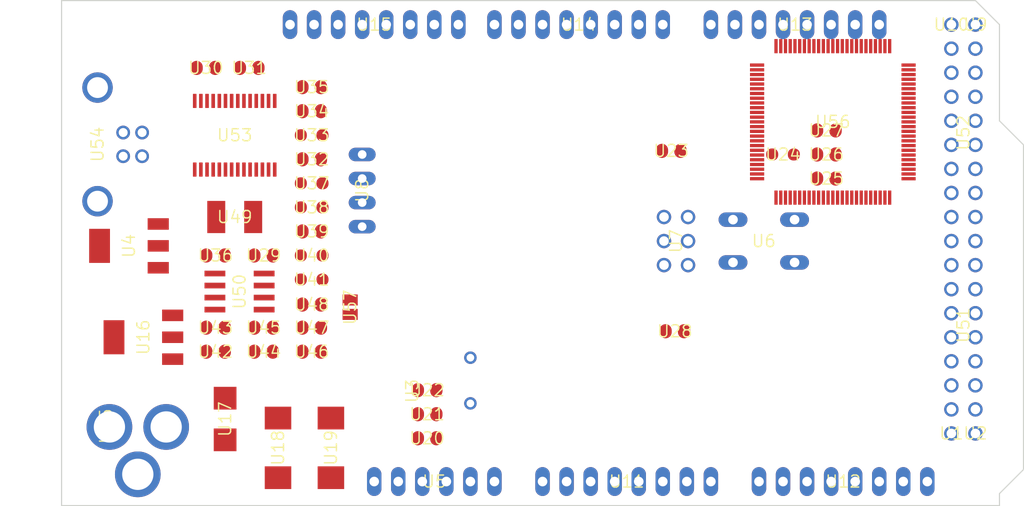
<source format=kicad_pcb>
(kicad_pcb (version 20221018) (generator pcbnew)
  (layers (0 "F.Cu" signal "Top") (31 "B.Cu" signal "Bottom") (34 "B.Paste" user) (35 "F.Paste" user) (36 "B.SilkS" user "B.Silkscreen") (37 "F.SilkS" user "F.Silkscreen") (38 "B.Mask" user) (39 "F.Mask" user) (44 "Edge.Cuts" user))
  (net 0 "")
  (net 1 "+5V")
  (net 2 "GND")
  (net 3 "N$6")
  (net 4 "N$7")
  (net 5 "AREF")
  (net 6 "RESET")
  (net 7 "VIN")
  (net 8 "N$3")
  (net 9 "PWRIN")
  (net 10 "M8RXD")
  (net 11 "M8TXD")
  (net 12 "ADC0")
  (net 13 "ADC2")
  (net 14 "ADC1")
  (net 15 "ADC3")
  (net 16 "ADC4")
  (net 17 "ADC5")
  (net 18 "ADC6")
  (net 19 "ADC7")
  (net 20 "+3V3")
  (net 21 "SDA")
  (net 22 "SCL")
  (net 23 "ADC9")
  (net 24 "ADC8")
  (net 25 "ADC10")
  (net 26 "ADC11")
  (net 27 "ADC12")
  (net 28 "ADC13")
  (net 29 "ADC14")
  (net 30 "ADC15")
  (net 31 "PB3")
  (net 32 "PB2")
  (net 33 "PB1")
  (net 34 "PB5")
  (net 35 "PB4")
  (net 36 "PE5")
  (net 37 "PE4")
  (net 38 "PE3")
  (net 39 "PE1")
  (net 40 "PE0")
  (net 41 "N$15")
  (net 42 "N$53")
  (net 43 "N$54")
  (net 44 "N$55")
  (net 45 "D-")
  (net 46 "D+")
  (net 47 "N$60")
  (net 48 "DTR")
  (net 49 "USBVCC")
  (net 50 "N$2")
  (net 51 "N$4")
  (net 52 "GATE_CMD")
  (net 53 "CMP")
  (net 54 "PB6")
  (net 55 "PH3")
  (net 56 "PH4")
  (net 57 "PH5")
  (net 58 "PH6")
  (net 59 "PG5")
  (net 60 "RXD1")
  (net 61 "TXD1")
  (net 62 "RXD2")
  (net 63 "RXD3")
  (net 64 "TXD2")
  (net 65 "TXD3")
  (net 66 "PC0")
  (net 67 "PC1")
  (net 68 "PC2")
  (net 69 "PC3")
  (net 70 "PC4")
  (net 71 "PC5")
  (net 72 "PC6")
  (net 73 "PC7")
  (net 74 "PB0")
  (net 75 "PG0")
  (net 76 "PG1")
  (net 77 "PG2")
  (net 78 "PD7")
  (net 79 "PA0")
  (net 80 "PA1")
  (net 81 "PA2")
  (net 82 "PA3")
  (net 83 "PA4")
  (net 84 "PA5")
  (net 85 "PA6")
  (net 86 "PA7")
  (net 87 "PL0")
  (net 88 "PL1")
  (net 89 "PL2")
  (net 90 "PL3")
  (net 91 "PL4")
  (net 92 "PL5")
  (net 93 "PL6")
  (net 94 "PL7")
  (net 95 "PB7")
  (net 96 "CTS")
  (net 97 "DSR")
  (net 98 "DCD")
  (net 99 "RI")
  (footprint "Arduino_MEGA_Reference_Design:2X03" (layer "F.Cu") (at 162.5981 103.7336 -90)
    (fp_text reference "U7")
    (fp_text value "")
  )
  (footprint "Arduino_MEGA_Reference_Design:1X08" (layer "F.Cu") (at 152.3111 80.8736 180)
    (fp_text reference "U14")
    (fp_text value "")
  )
  (footprint "Arduino_MEGA_Reference_Design:1X08" (layer "F.Cu") (at 130.7211 80.8736 180)
    (fp_text reference "U15")
    (fp_text value "")
  )
  (footprint "Arduino_MEGA_Reference_Design:SMC_D" (layer "F.Cu") (at 120.5611 125.5776 -90)
    (fp_text reference "U18")
    (fp_text value "")
  )
  (footprint "Arduino_MEGA_Reference_Design:SMC_D" (layer "F.Cu") (at 126.1491 125.5776 -90)
    (fp_text reference "U19")
    (fp_text value "")
  )
  (footprint "Arduino_MEGA_Reference_Design:B3F-10XX" (layer "F.Cu") (at 171.8691 103.7336 180)
    (fp_text reference "U6")
    (fp_text value "")
  )
  (footprint "Arduino_MEGA_Reference_Design:0805RND" (layer "F.Cu") (at 173.9011 94.5896 180)
    (fp_text reference "U24")
    (fp_text value "")
  )
  (footprint "Arduino_MEGA_Reference_Design:SMB" (layer "F.Cu") (at 114.9731 122.5296 -90)
    (fp_text reference "U17")
    (fp_text value "")
  )
  (footprint "Arduino_MEGA_Reference_Design:DC-21MM" (layer "F.Cu") (at 103.0351 123.2916 90)
    (fp_text reference "U55")
    (fp_text value "")
  )
  (footprint "Arduino_MEGA_Reference_Design:HC49_S" (layer "F.Cu") (at 140.8811 118.4656 90)
    (fp_text reference "U3")
    (fp_text value "")
  )
  (footprint "Arduino_MEGA_Reference_Design:SOT223" (layer "F.Cu") (at 106.3371 113.8936 90)
    (fp_text reference "U16")
    (fp_text value "")
  )
  (footprint "Arduino_MEGA_Reference_Design:1X06" (layer "F.Cu") (at 137.0711 129.1336)
    (fp_text reference "U5")
    (fp_text value "")
  )
  (footprint "Arduino_MEGA_Reference_Design:C0805RND" (layer "F.Cu") (at 124.1171 87.4776)
    (fp_text reference "U35")
    (fp_text value "")
  )
  (footprint "Arduino_MEGA_Reference_Design:C0805RND" (layer "F.Cu") (at 162.4711 113.2586)
    (fp_text reference "U28")
    (fp_text value "")
  )
  (footprint "Arduino_MEGA_Reference_Design:C0805RND" (layer "F.Cu") (at 136.3091 122.0216)
    (fp_text reference "U21")
    (fp_text value "")
  )
  (footprint "Arduino_MEGA_Reference_Design:C0805RND" (layer "F.Cu") (at 136.3091 119.4816)
    (fp_text reference "U22")
    (fp_text value "")
  )
  (footprint "Arduino_MEGA_Reference_Design:C0805RND" (layer "F.Cu") (at 113.9571 112.8776)
    (fp_text reference "U43")
    (fp_text value "")
  )
  (footprint "Arduino_MEGA_Reference_Design:RCL_0805RND" (layer "F.Cu") (at 124.1171 105.2576)
    (fp_text reference "U40")
    (fp_text value "")
  )
  (footprint "Arduino_MEGA_Reference_Design:RCL_0805RND" (layer "F.Cu") (at 124.1171 107.7976)
    (fp_text reference "U41")
    (fp_text value "")
  )
  (footprint "Arduino_MEGA_Reference_Design:1X08" (layer "F.Cu") (at 157.3911 129.1336)
    (fp_text reference "U11")
    (fp_text value "")
  )
  (footprint "Arduino_MEGA_Reference_Design:1X08" (layer "F.Cu") (at 175.1711 80.8736 180)
    (fp_text reference "U13")
    (fp_text value "")
  )
  (footprint "Arduino_MEGA_Reference_Design:R0805RND" (layer "F.Cu") (at 178.4731 94.5896 180)
    (fp_text reference "U26")
    (fp_text value "")
  )
  (footprint "Arduino_MEGA_Reference_Design:R0805RND" (layer "F.Cu") (at 178.4731 92.0496 180)
    (fp_text reference "U27")
    (fp_text value "")
  )
  (footprint "Arduino_MEGA_Reference_Design:TQFP100" (layer "F.Cu") (at 179.16082763671875 91.14759826660156 0)
    (fp_text reference "U56")
    (fp_text value "")
  )
  (footprint "Arduino_MEGA_Reference_Design:C0805RND" (layer "F.Cu") (at 162.0901 94.2086 180)
    (fp_text reference "U23")
    (fp_text value "")
  )
  (footprint "Arduino_MEGA_Reference_Design:C0805RND" (layer "F.Cu") (at 136.3091 124.5616)
    (fp_text reference "U20")
    (fp_text value "")
  )
  (footprint "Arduino_MEGA_Reference_Design:1X08" (layer "F.Cu") (at 180.2511 129.1336)
    (fp_text reference "U12")
    (fp_text value "")
  )
  (footprint "Arduino_MEGA_Reference_Design:R0805RND" (layer "F.Cu") (at 124.1171 112.8776)
    (fp_text reference "U47")
    (fp_text value "")
  )
  (footprint "Arduino_MEGA_Reference_Design:C0805RND" (layer "F.Cu") (at 124.1171 115.4176)
    (fp_text reference "U46")
    (fp_text value "")
  )
  (footprint "Arduino_MEGA_Reference_Design:C0805RND" (layer "F.Cu") (at 113.9571 105.2576)
    (fp_text reference "U36")
    (fp_text value "")
  )
  (footprint "Arduino_MEGA_Reference_Design:C0805RND" (layer "F.Cu") (at 112.9411 85.4456)
    (fp_text reference "U30")
    (fp_text value "")
  )
  (footprint "Arduino_MEGA_Reference_Design:0805RND" (layer "F.Cu") (at 124.1171 100.1776 180)
    (fp_text reference "U38")
    (fp_text value "")
  )
  (footprint "Arduino_MEGA_Reference_Design:0805RND" (layer "F.Cu") (at 124.1171 97.6376 180)
    (fp_text reference "U37")
    (fp_text value "")
  )
  (footprint "Arduino_MEGA_Reference_Design:R0805RND" (layer "F.Cu") (at 124.1171 95.0976)
    (fp_text reference "U32")
    (fp_text value "")
  )
  (footprint "Arduino_MEGA_Reference_Design:R0805RND" (layer "F.Cu") (at 124.1171 102.7176)
    (fp_text reference "U39")
    (fp_text value "")
  )
  (footprint "Arduino_MEGA_Reference_Design:SSOP28" (layer "F.Cu") (at 115.9891 92.5576)
    (fp_text reference "U53")
    (fp_text value "")
  )
  (footprint "Arduino_MEGA_Reference_Design:PN61729" (layer "F.Cu") (at 98.9584 93.5228 -90)
    (fp_text reference "U54")
    (fp_text value "")
  )
  (footprint "Arduino_MEGA_Reference_Design:L1812" (layer "F.Cu") (at 115.9891 101.1936)
    (fp_text reference "U49")
    (fp_text value "")
  )
  (footprint "Arduino_MEGA_Reference_Design:C0805RND" (layer "F.Cu") (at 117.5131 85.4456)
    (fp_text reference "U31")
    (fp_text value "")
  )
  (footprint "Arduino_MEGA_Reference_Design:0805RND" (layer "F.Cu") (at 124.1171 92.5576 180)
    (fp_text reference "U33")
    (fp_text value "")
  )
  (footprint "Arduino_MEGA_Reference_Design:R0805RND" (layer "F.Cu") (at 124.1171 90.0176 180)
    (fp_text reference "U34")
    (fp_text value "")
  )
  (footprint "Arduino_MEGA_Reference_Design:C0805RND" (layer "F.Cu") (at 124.1171 110.4392 180)
    (fp_text reference "U48")
    (fp_text value "")
  )
  (footprint "Arduino_MEGA_Reference_Design:SOT223" (layer "F.Cu") (at 104.8131 104.2416 90)
    (fp_text reference "U4")
    (fp_text value "")
  )
  (footprint "Arduino_MEGA_Reference_Design:SO08" (layer "F.Cu") (at 116.4971 109.0676 -90)
    (fp_text reference "U50")
    (fp_text value "")
  )
  (footprint "Arduino_MEGA_Reference_Design:R0805RND" (layer "F.Cu") (at 113.9571 115.4176 180)
    (fp_text reference "U42")
    (fp_text value "")
  )
  (footprint "Arduino_MEGA_Reference_Design:R0805RND" (layer "F.Cu") (at 119.0371 112.8776 180)
    (fp_text reference "U45")
    (fp_text value "")
  )
  (footprint "Arduino_MEGA_Reference_Design:C0805RND" (layer "F.Cu") (at 119.0371 115.4176 180)
    (fp_text reference "U44")
    (fp_text value "")
  )
  (footprint "Arduino_MEGA_Reference_Design:C0805RND" (layer "F.Cu") (at 119.0371 105.2576)
    (fp_text reference "U29")
    (fp_text value "")
  )
  (footprint "Arduino_MEGA_Reference_Design:2X08" (layer "F.Cu") (at 192.9511 92.3036 90)
    (fp_text reference "U52")
    (fp_text value "")
  )
  (footprint "Arduino_MEGA_Reference_Design:2X08" (layer "F.Cu") (at 192.9511 112.6236 90)
    (fp_text reference "U51")
    (fp_text value "")
  )
  (footprint "Arduino_MEGA_Reference_Design:R0805RND" (layer "F.Cu") (at 178.4731 97.1296 180)
    (fp_text reference "U25")
    (fp_text value "")
  )
  (footprint "Arduino_MEGA_Reference_Design:1X01" (layer "F.Cu") (at 191.6811 80.8736)
    (fp_text reference "U10")
    (fp_text value "")
  )
  (footprint "Arduino_MEGA_Reference_Design:1X01" (layer "F.Cu") (at 194.2211 80.8736)
    (fp_text reference "U9")
    (fp_text value "")
  )
  (footprint "Arduino_MEGA_Reference_Design:1X01" (layer "F.Cu") (at 191.6811 124.0536)
    (fp_text reference "U1")
    (fp_text value "")
  )
  (footprint "Arduino_MEGA_Reference_Design:1X01" (layer "F.Cu") (at 194.2211 124.0536)
    (fp_text reference "U2")
    (fp_text value "")
  )
  (footprint "Arduino_MEGA_Reference_Design:SJ" (layer "F.Cu") (at 128.1811 110.7186 -90)
    (fp_text reference "U57")
    (fp_text value "")
  )
  (footprint "Arduino_MEGA_Reference_Design:JP4" (layer "F.Cu") (at 129.4511 98.3996 -90)
    (fp_text reference "U8")
    (fp_text value "")
  )
  (gr_line (start 196.7611 80.8736) (end 196.7611 91.0336) (layer "Edge.Cuts") (width 0.12))
  (gr_line (start 196.7611 130.4036) (end 196.7611 131.6736) (layer "Edge.Cuts") (width 0.12))
  (gr_line (start 194.2211 78.3336) (end 196.7611 80.8736) (layer "Edge.Cuts") (width 0.12))
  (gr_line (start 97.7011 78.3336) (end 194.2211 78.3336) (layer "Edge.Cuts") (width 0.12))
  (gr_line (start 196.7611 91.0336) (end 199.3011 93.5736) (layer "Edge.Cuts") (width 0.12))
  (gr_line (start 97.7011 131.6736) (end 97.7011 78.3336) (layer "Edge.Cuts") (width 0.12))
  (gr_line (start 196.7611 131.6736) (end 97.7011 131.6736) (layer "Edge.Cuts") (width 0.12))
  (gr_line (start 199.3011 93.5736) (end 199.3011 127.8636) (layer "Edge.Cuts") (width 0.12))
  (gr_line (start 199.3011 127.8636) (end 196.7611 130.4036) (layer "Edge.Cuts") (width 0.12))
)
</source>
